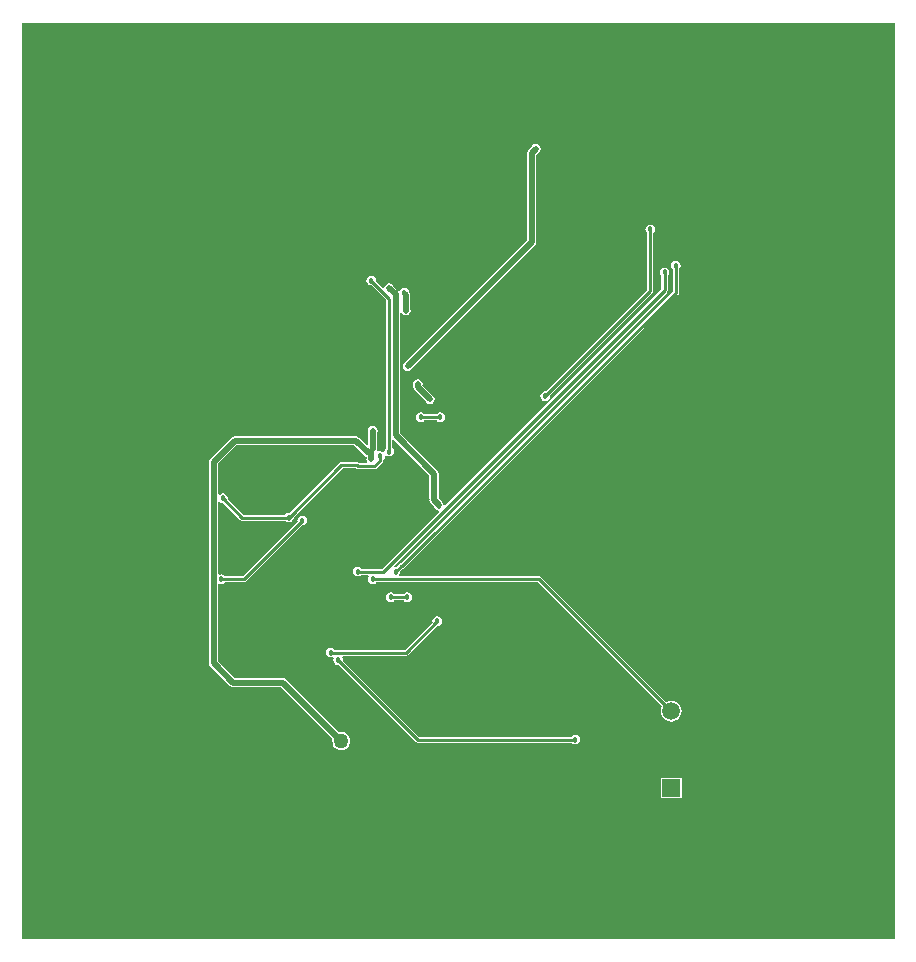
<source format=gbl>
G04*
G04 #@! TF.GenerationSoftware,Altium Limited,Altium Designer,21.5.1 (32)*
G04*
G04 Layer_Physical_Order=2*
G04 Layer_Color=16711680*
%FSLAX25Y25*%
%MOIN*%
G70*
G04*
G04 #@! TF.SameCoordinates,64746D64-8A43-43D4-A90E-1700155CBDCF*
G04*
G04*
G04 #@! TF.FilePolarity,Positive*
G04*
G01*
G75*
%ADD14C,0.01000*%
%ADD72C,0.02000*%
%ADD73R,0.05906X0.05906*%
%ADD74C,0.05906*%
%ADD75C,0.05000*%
%ADD76C,0.01800*%
G36*
X579980Y162020D02*
X289020D01*
X289020Y467480D01*
X579980D01*
X579980Y162020D01*
D02*
G37*
%LPC*%
G36*
X460303Y427052D02*
X459685Y426929D01*
X459161Y426579D01*
X458916Y426213D01*
X457919Y425215D01*
X457587Y424719D01*
X457471Y424134D01*
Y395034D01*
X416824Y354387D01*
X416458Y354142D01*
X416108Y353618D01*
X415985Y353000D01*
X416108Y352382D01*
X416458Y351858D01*
X416982Y351508D01*
X417600Y351385D01*
X418218Y351508D01*
X418742Y351858D01*
X418987Y352224D01*
X460081Y393319D01*
X460413Y393815D01*
X460529Y394400D01*
Y423500D01*
X461079Y424050D01*
X461445Y424295D01*
X461796Y424819D01*
X461918Y425437D01*
X461796Y426055D01*
X461445Y426579D01*
X460921Y426929D01*
X460303Y427052D01*
D02*
G37*
G36*
X498437Y400178D02*
X497819Y400055D01*
X497295Y399705D01*
X496945Y399181D01*
X496822Y398563D01*
X496945Y397945D01*
X497295Y397421D01*
X497417Y397339D01*
Y378359D01*
X463645Y344586D01*
X463500Y344615D01*
X462882Y344492D01*
X462358Y344142D01*
X462008Y343618D01*
X461885Y343000D01*
X462008Y342382D01*
X462358Y341858D01*
X462882Y341508D01*
X463500Y341385D01*
X464118Y341508D01*
X464642Y341858D01*
X464992Y342382D01*
X465115Y343000D01*
X465087Y343145D01*
X499158Y377216D01*
X499379Y377547D01*
X499457Y377937D01*
Y397339D01*
X499579Y397421D01*
X499929Y397945D01*
X500052Y398563D01*
X499929Y399181D01*
X499579Y399705D01*
X499055Y400055D01*
X498437Y400178D01*
D02*
G37*
G36*
X421000Y348615D02*
X420382Y348492D01*
X419858Y348142D01*
X419508Y347618D01*
X419385Y347000D01*
X419471Y346568D01*
Y346000D01*
X419587Y345415D01*
X419919Y344919D01*
X423613Y341224D01*
X423858Y340858D01*
X424382Y340508D01*
X425000Y340385D01*
X425618Y340508D01*
X426142Y340858D01*
X426492Y341382D01*
X426615Y342000D01*
X426492Y342618D01*
X426142Y343142D01*
X425776Y343387D01*
X422540Y346623D01*
X422615Y347000D01*
X422492Y347618D01*
X422142Y348142D01*
X421618Y348492D01*
X421000Y348615D01*
D02*
G37*
G36*
X428500Y337615D02*
X427882Y337492D01*
X427358Y337142D01*
X427276Y337020D01*
X423224D01*
X423142Y337142D01*
X422618Y337492D01*
X422000Y337615D01*
X421382Y337492D01*
X420858Y337142D01*
X420508Y336618D01*
X420385Y336000D01*
X420508Y335382D01*
X420858Y334858D01*
X421382Y334508D01*
X422000Y334385D01*
X422618Y334508D01*
X423142Y334858D01*
X423224Y334980D01*
X427276D01*
X427358Y334858D01*
X427882Y334508D01*
X428500Y334385D01*
X429118Y334508D01*
X429642Y334858D01*
X429992Y335382D01*
X430115Y336000D01*
X429992Y336618D01*
X429642Y337142D01*
X429118Y337492D01*
X428500Y337615D01*
D02*
G37*
G36*
X507000Y388132D02*
X506382Y388009D01*
X505858Y387659D01*
X505508Y387135D01*
X505385Y386516D01*
X505508Y385898D01*
X505858Y385374D01*
X505980Y385292D01*
Y377922D01*
X415423Y287365D01*
X415060Y287293D01*
X414730Y287072D01*
X413745Y286087D01*
X413600Y286115D01*
X413181Y286032D01*
X412935Y286493D01*
X503965Y377523D01*
X504186Y377854D01*
X504264Y378244D01*
Y383020D01*
X504386Y383102D01*
X504736Y383626D01*
X504859Y384244D01*
X504736Y384862D01*
X504386Y385386D01*
X503862Y385736D01*
X503244Y385859D01*
X502626Y385736D01*
X502102Y385386D01*
X501752Y384862D01*
X501629Y384244D01*
X501752Y383626D01*
X502102Y383102D01*
X502224Y383020D01*
Y378666D01*
X430084Y306526D01*
X429578Y306727D01*
X429492Y307155D01*
X429431Y307246D01*
X429413Y307339D01*
X429081Y307835D01*
X427942Y308975D01*
X427960Y309069D01*
Y317205D01*
X427844Y317790D01*
X427512Y318287D01*
X415129Y330669D01*
Y370548D01*
X415629Y370700D01*
X415858Y370358D01*
X416382Y370008D01*
X417000Y369885D01*
X417618Y370008D01*
X418142Y370358D01*
X418492Y370882D01*
X418615Y371500D01*
X418529Y371932D01*
Y376783D01*
X418413Y377369D01*
X418081Y377865D01*
X418033Y377913D01*
X417992Y378118D01*
X417642Y378642D01*
X417118Y378992D01*
X416500Y379115D01*
X415882Y378992D01*
X415358Y378642D01*
X415100Y378256D01*
X415045Y378220D01*
X414651Y378146D01*
X414506Y378157D01*
X412887Y379776D01*
X412642Y380142D01*
X412118Y380492D01*
X411500Y380615D01*
X410882Y380492D01*
X410358Y380142D01*
X410008Y379618D01*
X409929Y379221D01*
X409407Y379035D01*
X407087Y381355D01*
X407115Y381500D01*
X406992Y382118D01*
X406642Y382642D01*
X406118Y382992D01*
X405500Y383115D01*
X404882Y382992D01*
X404358Y382642D01*
X404008Y382118D01*
X403885Y381500D01*
X404008Y380882D01*
X404358Y380358D01*
X404882Y380008D01*
X405500Y379885D01*
X405645Y379913D01*
X410480Y375078D01*
Y325724D01*
X410358Y325642D01*
X410008Y325118D01*
X409899Y324572D01*
X409650Y324396D01*
X409416Y324293D01*
X409118Y324492D01*
X408500Y324615D01*
X407882Y324492D01*
X407833Y324460D01*
X407603Y324599D01*
X407428Y324790D01*
X407529Y325300D01*
Y331068D01*
X407615Y331500D01*
X407492Y332118D01*
X407142Y332642D01*
X406618Y332992D01*
X406000Y333115D01*
X405382Y332992D01*
X404858Y332642D01*
X404508Y332118D01*
X404385Y331500D01*
X404471Y331068D01*
Y326856D01*
X404009Y326665D01*
X401508Y329166D01*
X401012Y329497D01*
X400426Y329614D01*
X359930D01*
X359344Y329497D01*
X358848Y329166D01*
X351834Y322152D01*
X351503Y321656D01*
X351386Y321070D01*
Y254084D01*
X351503Y253499D01*
X351834Y253003D01*
X358419Y246419D01*
X358915Y246087D01*
X359500Y245971D01*
X375366D01*
X392575Y228763D01*
X392474Y228000D01*
X392577Y227217D01*
X392880Y226487D01*
X393360Y225860D01*
X393987Y225379D01*
X394717Y225077D01*
X395500Y224974D01*
X396283Y225077D01*
X397013Y225379D01*
X397640Y225860D01*
X398120Y226487D01*
X398423Y227217D01*
X398526Y228000D01*
X398423Y228783D01*
X398120Y229513D01*
X397640Y230140D01*
X397013Y230621D01*
X396283Y230923D01*
X395500Y231026D01*
X394737Y230925D01*
X377081Y248581D01*
X376585Y248913D01*
X376000Y249029D01*
X360134D01*
X354445Y254718D01*
Y280274D01*
X354729Y280426D01*
X354945Y280495D01*
X355500Y280385D01*
X356118Y280508D01*
X356642Y280858D01*
X356724Y280980D01*
X363000D01*
X363390Y281058D01*
X363721Y281279D01*
X382355Y299914D01*
X382500Y299885D01*
X383118Y300008D01*
X383642Y300358D01*
X383992Y300882D01*
X384115Y301500D01*
X383992Y302118D01*
X383642Y302642D01*
X383118Y302992D01*
X382500Y303115D01*
X381882Y302992D01*
X381358Y302642D01*
X381008Y302118D01*
X380885Y301500D01*
X380913Y301355D01*
X362578Y283020D01*
X356724D01*
X356642Y283142D01*
X356118Y283492D01*
X355500Y283615D01*
X354945Y283505D01*
X354729Y283574D01*
X354445Y283726D01*
Y307578D01*
X354625Y307700D01*
X354945Y307800D01*
X355382Y307508D01*
X356000Y307385D01*
X356145Y307414D01*
X361779Y301779D01*
X362110Y301558D01*
X362500Y301480D01*
X376776D01*
X376858Y301358D01*
X377382Y301008D01*
X378000Y300885D01*
X378618Y301008D01*
X379142Y301358D01*
X379492Y301882D01*
X379615Y302500D01*
X379587Y302645D01*
X395922Y318980D01*
X400375D01*
X400476Y318879D01*
X400807Y318658D01*
X401197Y318580D01*
X406494D01*
X406884Y318658D01*
X407215Y318879D01*
X409068Y320732D01*
X409289Y321063D01*
X409367Y321453D01*
Y321674D01*
X409642Y321858D01*
X409992Y322382D01*
X410101Y322928D01*
X410351Y323104D01*
X410584Y323207D01*
X410882Y323008D01*
X411500Y322885D01*
X412118Y323008D01*
X412642Y323358D01*
X412992Y323882D01*
X413115Y324500D01*
X412992Y325118D01*
X412642Y325642D01*
X412520Y325724D01*
Y328300D01*
X412982Y328492D01*
X424901Y316572D01*
Y309069D01*
X424976Y308696D01*
X424901Y308323D01*
X425018Y307737D01*
X425349Y307241D01*
X426467Y306124D01*
X426508Y305919D01*
X426858Y305395D01*
X427382Y305045D01*
X427810Y304959D01*
X428011Y304453D01*
X409078Y285520D01*
X402186D01*
X402104Y285642D01*
X401580Y285992D01*
X400962Y286115D01*
X400344Y285992D01*
X399820Y285642D01*
X399470Y285118D01*
X399347Y284500D01*
X399470Y283882D01*
X399820Y283358D01*
X400344Y283008D01*
X400962Y282885D01*
X401580Y283008D01*
X402104Y283358D01*
X402186Y283480D01*
X404532D01*
X404750Y282980D01*
X404508Y282618D01*
X404385Y282000D01*
X404508Y281382D01*
X404858Y280858D01*
X405382Y280508D01*
X406000Y280385D01*
X406618Y280508D01*
X407142Y280858D01*
X407224Y280980D01*
X461078D01*
X502435Y239623D01*
X502136Y238901D01*
X502017Y238000D01*
X502136Y237099D01*
X502484Y236259D01*
X503038Y235538D01*
X503759Y234984D01*
X504599Y234636D01*
X505500Y234518D01*
X506401Y234636D01*
X507241Y234984D01*
X507963Y235538D01*
X508516Y236259D01*
X508864Y237099D01*
X508983Y238000D01*
X508864Y238901D01*
X508516Y239741D01*
X507963Y240462D01*
X507241Y241016D01*
X506401Y241364D01*
X505500Y241482D01*
X504599Y241364D01*
X503877Y241065D01*
X462221Y282721D01*
X461890Y282942D01*
X461500Y283020D01*
X415067D01*
X414850Y283520D01*
X415092Y283882D01*
X415215Y284500D01*
X415187Y284645D01*
X415878Y285337D01*
X416241Y285409D01*
X416572Y285630D01*
X507721Y376779D01*
X507942Y377110D01*
X508020Y377500D01*
Y385292D01*
X508142Y385374D01*
X508492Y385898D01*
X508615Y386516D01*
X508492Y387135D01*
X508142Y387659D01*
X507618Y388009D01*
X507000Y388132D01*
D02*
G37*
G36*
X417500Y277615D02*
X416882Y277492D01*
X416358Y277142D01*
X416276Y277020D01*
X413224D01*
X413142Y277142D01*
X412618Y277492D01*
X412000Y277615D01*
X411382Y277492D01*
X410858Y277142D01*
X410508Y276618D01*
X410385Y276000D01*
X410508Y275382D01*
X410858Y274858D01*
X411382Y274508D01*
X412000Y274385D01*
X412618Y274508D01*
X413142Y274858D01*
X413224Y274980D01*
X416276D01*
X416358Y274858D01*
X416882Y274508D01*
X417500Y274385D01*
X418118Y274508D01*
X418642Y274858D01*
X418992Y275382D01*
X419115Y276000D01*
X418992Y276618D01*
X418642Y277142D01*
X418118Y277492D01*
X417500Y277615D01*
D02*
G37*
G36*
X427500Y269615D02*
X426882Y269492D01*
X426358Y269142D01*
X426008Y268618D01*
X425885Y268000D01*
X425913Y267855D01*
X416578Y258520D01*
X393224D01*
X393142Y258642D01*
X392618Y258992D01*
X392000Y259115D01*
X391382Y258992D01*
X390858Y258642D01*
X390508Y258118D01*
X390385Y257500D01*
X390508Y256882D01*
X390858Y256358D01*
X391382Y256008D01*
X392000Y255885D01*
X392618Y256008D01*
X392706Y256066D01*
X393066Y255706D01*
X393008Y255618D01*
X392885Y255000D01*
X393008Y254382D01*
X393358Y253858D01*
X393882Y253508D01*
X394500Y253385D01*
X394645Y253414D01*
X420279Y227779D01*
X420610Y227558D01*
X421000Y227480D01*
X472276D01*
X472358Y227358D01*
X472882Y227008D01*
X473500Y226885D01*
X474118Y227008D01*
X474642Y227358D01*
X474992Y227882D01*
X475115Y228500D01*
X474992Y229118D01*
X474642Y229642D01*
X474118Y229992D01*
X473500Y230115D01*
X472882Y229992D01*
X472358Y229642D01*
X472276Y229520D01*
X421422D01*
X396087Y254855D01*
X396115Y255000D01*
X395992Y255618D01*
X395750Y255980D01*
X395968Y256480D01*
X417000D01*
X417390Y256558D01*
X417721Y256779D01*
X427355Y266413D01*
X427500Y266385D01*
X428118Y266508D01*
X428642Y266858D01*
X428992Y267382D01*
X429115Y268000D01*
X428992Y268618D01*
X428642Y269142D01*
X428118Y269492D01*
X427500Y269615D01*
D02*
G37*
G36*
X508953Y215862D02*
X502047D01*
Y208957D01*
X508953D01*
Y215862D01*
D02*
G37*
%LPD*%
G36*
X403524Y322824D02*
X403937Y322548D01*
X403971Y322498D01*
Y322432D01*
X403885Y322000D01*
X404008Y321382D01*
X404183Y321120D01*
X403916Y320620D01*
X401619D01*
X401518Y320721D01*
X401187Y320942D01*
X400797Y321020D01*
X395500D01*
X395110Y320942D01*
X394779Y320721D01*
X378145Y304086D01*
X378000Y304115D01*
X377382Y303992D01*
X376858Y303642D01*
X376776Y303520D01*
X362922D01*
X357587Y308855D01*
X357615Y309000D01*
X357492Y309618D01*
X357142Y310142D01*
X356618Y310492D01*
X356000Y310615D01*
X355382Y310492D01*
X354945Y310201D01*
X354625Y310300D01*
X354445Y310422D01*
Y320437D01*
X360563Y326555D01*
X399793D01*
X403524Y322824D01*
D02*
G37*
D14*
X422000Y336000D02*
X428500D01*
X405500Y381500D02*
X411500Y375500D01*
X416500Y377284D02*
Y377500D01*
X411500Y324500D02*
Y375500D01*
X416500Y377284D02*
X416900Y376884D01*
X498437Y377937D02*
Y398563D01*
X463500Y343000D02*
X498437Y377937D01*
X507000Y377500D02*
Y386516D01*
X415451Y286351D02*
X415851D01*
X507000Y377500D01*
X413600Y284500D02*
X415451Y286351D01*
X395500Y320000D02*
X400797D01*
X401197Y319600D01*
X406494D01*
X408347Y321453D01*
Y322847D01*
X408500Y323000D01*
X362500Y302500D02*
X378000D01*
X356000Y309000D02*
X362500Y302500D01*
X405295Y324595D02*
X406000Y325300D01*
X378000Y302500D02*
X395500Y320000D01*
X355500Y282000D02*
X363000D01*
X382500Y301500D01*
X426431Y308323D02*
Y309069D01*
X428000Y306537D02*
Y306753D01*
X394500Y255000D02*
X421000Y228500D01*
X473500D01*
X392000Y257500D02*
X417000D01*
X427500Y268000D01*
X412000Y276000D02*
X417500D01*
X406000Y282000D02*
X461500D01*
X505500Y238000D01*
X400962Y284500D02*
X409500D01*
X503244Y378244D01*
Y384244D01*
D72*
X359500Y247500D02*
X376000D01*
X352916Y254084D02*
Y321070D01*
Y254084D02*
X359500Y247500D01*
X376000D02*
X395500Y228000D01*
X400426Y328084D02*
X404605Y323905D01*
X405500Y322000D02*
Y323011D01*
X405295Y323216D02*
Y324595D01*
Y323216D02*
X405500Y323011D01*
X352916Y321070D02*
X359930Y328084D01*
X400426D01*
X459000Y424134D02*
X460303Y425437D01*
X459000Y394400D02*
Y424134D01*
X417600Y353000D02*
X459000Y394400D01*
X421000Y346000D02*
Y347000D01*
Y346000D02*
X425000Y342000D01*
X426431Y309069D02*
Y317205D01*
X413600Y330036D02*
X426431Y317205D01*
X413600Y330036D02*
Y376900D01*
X411500Y379000D02*
X413600Y376900D01*
X417000Y371500D02*
Y376783D01*
X416900Y376884D02*
X417000Y376783D01*
X406000Y325300D02*
Y331500D01*
X426431Y308323D02*
X428000Y306753D01*
D73*
X505500Y212409D02*
D03*
D74*
Y238000D02*
D03*
D75*
X395500Y228000D02*
D03*
X450000Y240000D02*
D03*
X345500Y400000D02*
D03*
Y360000D02*
D03*
X570000Y440000D02*
D03*
X560000Y420000D02*
D03*
X570000Y400000D02*
D03*
X560000Y380000D02*
D03*
X570000Y360000D02*
D03*
X560000Y340000D02*
D03*
X570000Y320000D02*
D03*
X560000Y300000D02*
D03*
X570000Y280000D02*
D03*
X560000Y260000D02*
D03*
X570000Y240000D02*
D03*
X560000Y220000D02*
D03*
X570000Y200000D02*
D03*
X560000Y180000D02*
D03*
X550000Y440000D02*
D03*
X540000Y420000D02*
D03*
X550000Y400000D02*
D03*
X540000Y380000D02*
D03*
X550000Y360000D02*
D03*
X540000Y340000D02*
D03*
X550000Y320000D02*
D03*
X540000Y300000D02*
D03*
X550000Y280000D02*
D03*
X540000Y260000D02*
D03*
X550000Y240000D02*
D03*
X540000Y220000D02*
D03*
X550000Y200000D02*
D03*
X540000Y180000D02*
D03*
X530000Y440000D02*
D03*
X520000Y420000D02*
D03*
X530000Y400000D02*
D03*
X520000Y380000D02*
D03*
X530000Y360000D02*
D03*
X520000Y340000D02*
D03*
X530000Y320000D02*
D03*
X520000Y300000D02*
D03*
X530000Y280000D02*
D03*
X520000Y260000D02*
D03*
X530000Y240000D02*
D03*
X520000Y220000D02*
D03*
X530000Y200000D02*
D03*
X520000Y180000D02*
D03*
X510000Y440000D02*
D03*
Y400000D02*
D03*
Y360000D02*
D03*
X500000Y340000D02*
D03*
X510000Y320000D02*
D03*
X500000Y300000D02*
D03*
X510000Y280000D02*
D03*
X500000Y220000D02*
D03*
Y180000D02*
D03*
X490000Y440000D02*
D03*
X480000Y380000D02*
D03*
Y340000D02*
D03*
X490000Y320000D02*
D03*
X480000Y300000D02*
D03*
X490000Y280000D02*
D03*
Y240000D02*
D03*
Y200000D02*
D03*
X480000Y180000D02*
D03*
X470000Y400000D02*
D03*
Y320000D02*
D03*
X460000Y300000D02*
D03*
X470000Y280000D02*
D03*
X460000Y260000D02*
D03*
X470000Y240000D02*
D03*
Y200000D02*
D03*
X460000Y180000D02*
D03*
X440000D02*
D03*
X430000Y440000D02*
D03*
X420000Y420000D02*
D03*
X430000Y320000D02*
D03*
Y240000D02*
D03*
X420000Y180000D02*
D03*
X410000Y440000D02*
D03*
Y400000D02*
D03*
Y200000D02*
D03*
X400000Y180000D02*
D03*
X390000Y440000D02*
D03*
Y400000D02*
D03*
Y360000D02*
D03*
X380000Y340000D02*
D03*
Y260000D02*
D03*
Y220000D02*
D03*
X390000Y200000D02*
D03*
X380000Y180000D02*
D03*
X370000Y440000D02*
D03*
Y400000D02*
D03*
Y360000D02*
D03*
X360000Y260000D02*
D03*
X370000Y240000D02*
D03*
X360000Y220000D02*
D03*
X370000Y200000D02*
D03*
X360000Y180000D02*
D03*
X350000Y440000D02*
D03*
X340000Y420000D02*
D03*
Y260000D02*
D03*
X350000Y240000D02*
D03*
X340000Y220000D02*
D03*
X350000Y200000D02*
D03*
X340000Y180000D02*
D03*
X330000Y440000D02*
D03*
X320000Y420000D02*
D03*
X330000Y400000D02*
D03*
X320000Y380000D02*
D03*
Y340000D02*
D03*
Y300000D02*
D03*
X330000Y280000D02*
D03*
X320000Y260000D02*
D03*
X330000Y240000D02*
D03*
X320000Y220000D02*
D03*
X330000Y200000D02*
D03*
X320000Y180000D02*
D03*
X310000Y440000D02*
D03*
X300000Y420000D02*
D03*
X310000Y400000D02*
D03*
X300000Y380000D02*
D03*
X310000Y360000D02*
D03*
X300000Y340000D02*
D03*
X310000Y320000D02*
D03*
X300000Y300000D02*
D03*
X310000Y280000D02*
D03*
X300000Y260000D02*
D03*
X310000Y240000D02*
D03*
X300000Y220000D02*
D03*
X310000Y200000D02*
D03*
X300000Y180000D02*
D03*
D76*
X461684Y414373D02*
D03*
X430500Y225500D02*
D03*
X428500Y336000D02*
D03*
X421000Y347000D02*
D03*
X449500Y197000D02*
D03*
X417000Y371500D02*
D03*
X405500Y381500D02*
D03*
X416500Y377500D02*
D03*
X411500Y379000D02*
D03*
X405500Y322000D02*
D03*
X378000Y325000D02*
D03*
X356000Y309000D02*
D03*
X335500Y292500D02*
D03*
X449000Y336500D02*
D03*
X422000Y336000D02*
D03*
X411500Y324500D02*
D03*
X408500Y323000D02*
D03*
X355500Y269000D02*
D03*
Y282000D02*
D03*
X382500Y301500D02*
D03*
X378000Y302500D02*
D03*
X327000Y300000D02*
D03*
X407000Y345500D02*
D03*
X417600Y353000D02*
D03*
X428000Y306537D02*
D03*
X411500Y217500D02*
D03*
X394500Y255000D02*
D03*
X392000Y257500D02*
D03*
X427500Y268000D02*
D03*
X446000Y231000D02*
D03*
X473500Y228500D02*
D03*
X413600Y284500D02*
D03*
X417500Y276000D02*
D03*
X412000D02*
D03*
X404500Y274000D02*
D03*
X406000Y282000D02*
D03*
X463500Y343000D02*
D03*
X507000Y386516D02*
D03*
X400962Y284500D02*
D03*
X503244Y384244D02*
D03*
X444000Y216500D02*
D03*
X408500Y268000D02*
D03*
X424000D02*
D03*
X429000Y359500D02*
D03*
X460303Y425437D02*
D03*
X406000Y331500D02*
D03*
X498437Y398563D02*
D03*
X477500Y402500D02*
D03*
X425000Y342000D02*
D03*
X489500Y411500D02*
D03*
X434000Y394500D02*
D03*
X445000Y359500D02*
D03*
X495000Y390000D02*
D03*
X470500Y380500D02*
D03*
X473000Y391000D02*
D03*
X399356Y325500D02*
D03*
X403000Y307500D02*
D03*
X407000Y311000D02*
D03*
X395000D02*
D03*
X399000Y307500D02*
D03*
X403000Y311000D02*
D03*
X358000Y322500D02*
D03*
X395000Y300000D02*
D03*
X399000D02*
D03*
X403000D02*
D03*
Y304000D02*
D03*
X399000D02*
D03*
X395000D02*
D03*
Y307500D02*
D03*
X407000Y300000D02*
D03*
Y304000D02*
D03*
Y307500D02*
D03*
X399000Y311000D02*
D03*
M02*

</source>
